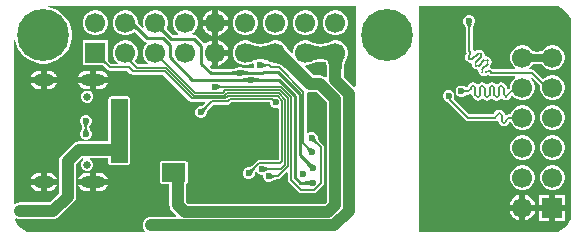
<source format=gbl>
G04*
G04 #@! TF.GenerationSoftware,Altium Limited,Altium Designer,24.10.1 (45)*
G04*
G04 Layer_Physical_Order=2*
G04 Layer_Color=16711680*
%FSLAX43Y43*%
%MOMM*%
G71*
G04*
G04 #@! TF.SameCoordinates,7C792D33-A06D-4E1C-91E5-95C090E22569*
G04*
G04*
G04 #@! TF.FilePolarity,Positive*
G04*
G01*
G75*
%ADD11C,0.500*%
%ADD40C,0.650*%
%ADD41O,2.100X1.000*%
%ADD42O,1.800X1.000*%
G04:AMPARAMS|DCode=43|XSize=1.7mm|YSize=1.7mm|CornerRadius=0.85mm|HoleSize=0mm|Usage=FLASHONLY|Rotation=90.000|XOffset=0mm|YOffset=0mm|HoleType=Round|Shape=RoundedRectangle|*
%AMROUNDEDRECTD43*
21,1,1.700,0.000,0,0,90.0*
21,1,0.000,1.700,0,0,90.0*
1,1,1.700,0.000,0.000*
1,1,1.700,0.000,0.000*
1,1,1.700,0.000,0.000*
1,1,1.700,0.000,0.000*
%
%ADD43ROUNDEDRECTD43*%
%ADD44R,1.700X1.700*%
G04:AMPARAMS|DCode=45|XSize=1.7mm|YSize=1.7mm|CornerRadius=0.85mm|HoleSize=0mm|Usage=FLASHONLY|Rotation=180.000|XOffset=0mm|YOffset=0mm|HoleType=Round|Shape=RoundedRectangle|*
%AMROUNDEDRECTD45*
21,1,1.700,0.000,0,0,180.0*
21,1,0.000,1.700,0,0,180.0*
1,1,1.700,0.000,0.000*
1,1,1.700,0.000,0.000*
1,1,1.700,0.000,0.000*
1,1,1.700,0.000,0.000*
%
%ADD45ROUNDEDRECTD45*%
%ADD46R,1.700X1.700*%
%ADD47C,0.800*%
%ADD74C,0.600*%
%ADD75C,0.144*%
%ADD76C,0.146*%
%ADD79C,0.600*%
%ADD80C,0.300*%
%ADD81C,0.295*%
%ADD84C,1.000*%
%ADD85C,4.400*%
%ADD86C,1.000*%
G36*
X10672Y18211D02*
X10671Y18176D01*
X10677Y18139D01*
X10689Y18101D01*
X10707Y18060D01*
X10732Y18017D01*
X10762Y17973D01*
X10798Y17926D01*
X10841Y17877D01*
X10889Y17827D01*
X10785Y17513D01*
X10738Y17559D01*
X10694Y17597D01*
X10654Y17626D01*
X10619Y17647D01*
X10587Y17660D01*
X10559Y17664D01*
X10536Y17661D01*
X10516Y17649D01*
X10501Y17629D01*
X10489Y17601D01*
X10678Y18243D01*
X10672Y18211D01*
D02*
G37*
G36*
X13131Y17765D02*
X13121Y17741D01*
X13117Y17713D01*
X13120Y17683D01*
X13131Y17650D01*
X13148Y17614D01*
X13172Y17576D01*
X13202Y17535D01*
X13240Y17491D01*
X13284Y17444D01*
X13076Y17236D01*
X13029Y17280D01*
X12985Y17318D01*
X12944Y17348D01*
X12906Y17372D01*
X12870Y17389D01*
X12837Y17400D01*
X12807Y17403D01*
X12779Y17399D01*
X12755Y17389D01*
X12733Y17372D01*
X13148Y17787D01*
X13131Y17765D01*
D02*
G37*
G36*
X27294Y15274D02*
X28406D01*
X28352Y15164D01*
X28303Y15049D01*
X28260Y14927D01*
X28223Y14800D01*
X28166Y14528D01*
X28146Y14383D01*
X28123Y14077D01*
X28120Y13915D01*
X27120D01*
X27117Y14077D01*
X27094Y14383D01*
X27074Y14528D01*
X27017Y14800D01*
X26980Y14927D01*
X26971Y14951D01*
X26947Y14960D01*
X26820Y14997D01*
X26548Y15054D01*
X26403Y15074D01*
X26350Y15078D01*
X26297Y15074D01*
X26152Y15054D01*
X25880Y14997D01*
X25753Y14960D01*
X25631Y14917D01*
X25516Y14868D01*
X25406Y14814D01*
Y16386D01*
X25516Y16332D01*
X25631Y16283D01*
X25753Y16240D01*
X25880Y16203D01*
X26152Y16146D01*
X26297Y16126D01*
X26350Y16122D01*
X26403Y16126D01*
X26548Y16146D01*
X26820Y16203D01*
X26947Y16240D01*
X27069Y16283D01*
X27184Y16332D01*
X27294Y16386D01*
Y15274D01*
D02*
G37*
G36*
X22214Y14814D02*
X22104Y14868D01*
X21989Y14917D01*
X21867Y14960D01*
X21740Y14997D01*
X21468Y15054D01*
X21323Y15074D01*
X21270Y15078D01*
X21217Y15074D01*
X21072Y15054D01*
X20800Y14997D01*
X20673Y14960D01*
X20551Y14917D01*
X20436Y14868D01*
X20326Y14814D01*
Y16386D01*
X20436Y16332D01*
X20551Y16283D01*
X20673Y16240D01*
X20800Y16203D01*
X21072Y16146D01*
X21217Y16126D01*
X21270Y16122D01*
X21323Y16126D01*
X21468Y16146D01*
X21740Y16203D01*
X21867Y16240D01*
X21989Y16283D01*
X22104Y16332D01*
X22214Y16386D01*
Y14814D01*
D02*
G37*
G36*
X13064Y15103D02*
X13058Y15091D01*
X13056Y15077D01*
X13057Y15063D01*
X13061Y15047D01*
X13069Y15031D01*
X13080Y15013D01*
X13094Y14994D01*
X13111Y14973D01*
X13131Y14952D01*
X13028Y14849D01*
X13007Y14869D01*
X12986Y14886D01*
X12967Y14900D01*
X12949Y14911D01*
X12933Y14919D01*
X12917Y14923D01*
X12903Y14924D01*
X12889Y14922D01*
X12877Y14916D01*
X12867Y14908D01*
X13072Y15113D01*
X13064Y15103D01*
D02*
G37*
G36*
X10388Y14959D02*
X10381Y14949D01*
X10377Y14937D01*
X10376Y14924D01*
X10380Y14910D01*
X10386Y14894D01*
X10396Y14876D01*
X10410Y14858D01*
X10427Y14837D01*
X10448Y14815D01*
X10319Y14738D01*
X10298Y14759D01*
X10277Y14776D01*
X10257Y14791D01*
X10238Y14803D01*
X10220Y14812D01*
X10203Y14818D01*
X10187Y14820D01*
X10172Y14820D01*
X10158Y14817D01*
X10145Y14811D01*
X10399Y14967D01*
X10388Y14959D01*
D02*
G37*
G36*
X8139Y14948D02*
X8135Y14934D01*
Y14919D01*
X8139Y14902D01*
X8147Y14882D01*
X8159Y14860D01*
X8176Y14837D01*
X8196Y14811D01*
X8250Y14753D01*
X8147Y14650D01*
X8117Y14679D01*
X8063Y14724D01*
X8040Y14741D01*
X8018Y14753D01*
X7998Y14761D01*
X7981Y14765D01*
X7965D01*
X7952Y14761D01*
X7941Y14753D01*
X8147Y14959D01*
X8139Y14948D01*
D02*
G37*
G36*
X21477Y14756D02*
X21519Y14729D01*
X21564Y14705D01*
X21611Y14685D01*
X21662Y14667D01*
X21715Y14653D01*
X21771Y14642D01*
X21830Y14634D01*
X21892Y14630D01*
X21956Y14628D01*
Y14482D01*
X21892Y14481D01*
X21771Y14468D01*
X21715Y14457D01*
X21662Y14443D01*
X21611Y14426D01*
X21564Y14405D01*
X21519Y14381D01*
X21477Y14355D01*
X21438Y14325D01*
Y14786D01*
X21477Y14756D01*
D02*
G37*
G36*
X23343Y15894D02*
X23378Y15845D01*
X23432Y15779D01*
X23708Y15477D01*
X24340Y14832D01*
X23624Y14134D01*
X23510Y14242D01*
X23393Y14340D01*
X23274Y14427D01*
X23153Y14506D01*
X23029Y14574D01*
X22903Y14632D01*
X22774Y14680D01*
X22643Y14718D01*
X22510Y14747D01*
X22374Y14765D01*
X23326Y15926D01*
X23343Y15894D01*
D02*
G37*
G36*
X19746Y14145D02*
X19773Y14133D01*
X19806Y14122D01*
X19845Y14113D01*
X19891Y14105D01*
X20000Y14094D01*
X20133Y14088D01*
X20210Y14088D01*
X20229Y13793D01*
X20155Y13792D01*
X19966Y13777D01*
X19914Y13769D01*
X19867Y13758D01*
X19826Y13746D01*
X19790Y13732D01*
X19760Y13715D01*
X19736Y13697D01*
X19725Y14158D01*
X19746Y14145D01*
D02*
G37*
G36*
X19350Y13690D02*
X19329Y13704D01*
X19302Y13716D01*
X19268Y13727D01*
X19229Y13737D01*
X19183Y13745D01*
X19074Y13757D01*
X18941Y13763D01*
X18865Y13763D01*
X18851Y14058D01*
X18925Y14059D01*
X19114Y14073D01*
X19166Y14081D01*
X19213Y14091D01*
X19253Y14103D01*
X19289Y14117D01*
X19318Y14133D01*
X19342Y14150D01*
X19350Y13690D01*
D02*
G37*
G36*
X26382Y14871D02*
X26513Y14853D01*
X26770Y14799D01*
X26808Y14788D01*
X26819Y14750D01*
X26873Y14493D01*
X26891Y14362D01*
X26913Y14067D01*
X26914Y14033D01*
Y13581D01*
X26787Y13522D01*
X26687Y13599D01*
X26516Y13669D01*
X26334Y13693D01*
X25770D01*
X25040Y14423D01*
X25093Y14550D01*
X25218D01*
X25485Y14622D01*
X25534Y14650D01*
X25600Y14683D01*
X25705Y14726D01*
X25816Y14766D01*
X25930Y14799D01*
X26187Y14853D01*
X26318Y14871D01*
X26350Y14874D01*
X26382Y14871D01*
D02*
G37*
G36*
X20693Y13552D02*
X20721Y13538D01*
X20755Y13526D01*
X20795Y13515D01*
X20841Y13506D01*
X20951Y13493D01*
X21014Y13489D01*
X21159Y13486D01*
X21161Y13191D01*
X21086Y13190D01*
X20896Y13177D01*
X20844Y13170D01*
X20798Y13161D01*
X20758Y13150D01*
X20723Y13137D01*
X20695Y13123D01*
X20672Y13106D01*
X20670Y13567D01*
X20693Y13552D01*
D02*
G37*
G36*
X20287Y13106D02*
X20264Y13122D01*
X20235Y13136D01*
X20201Y13148D01*
X20161Y13159D01*
X20115Y13168D01*
X20063Y13176D01*
X19942Y13185D01*
X19798Y13189D01*
Y13484D01*
X19873Y13485D01*
X20063Y13497D01*
X20115Y13505D01*
X20161Y13514D01*
X20201Y13524D01*
X20235Y13537D01*
X20264Y13551D01*
X20287Y13567D01*
Y13106D01*
D02*
G37*
G36*
X29327Y12760D02*
X29200Y12707D01*
X28326Y13581D01*
Y14033D01*
X28327Y14067D01*
X28349Y14362D01*
X28367Y14493D01*
X28421Y14750D01*
X28454Y14864D01*
X28493Y14975D01*
X28537Y15080D01*
X28570Y15146D01*
X28598Y15195D01*
X28670Y15462D01*
Y15738D01*
X28598Y16005D01*
X28460Y16245D01*
X28265Y16440D01*
X28025Y16578D01*
X27758Y16650D01*
X27482D01*
X27215Y16578D01*
X27166Y16550D01*
X27100Y16517D01*
X26995Y16474D01*
X26884Y16434D01*
X26770Y16401D01*
X26513Y16347D01*
X26382Y16329D01*
X26350Y16326D01*
X26318Y16329D01*
X26187Y16347D01*
X25930Y16401D01*
X25816Y16434D01*
X25705Y16473D01*
X25600Y16517D01*
X25534Y16550D01*
X25485Y16578D01*
X25218Y16650D01*
X24942D01*
X24675Y16578D01*
X24435Y16440D01*
X24240Y16245D01*
X24102Y16005D01*
X24030Y15738D01*
Y15621D01*
X23903Y15569D01*
X23856Y15617D01*
X23587Y15912D01*
X23540Y15969D01*
X23521Y15995D01*
X23518Y16005D01*
X23380Y16245D01*
X23185Y16440D01*
X22945Y16578D01*
X22678Y16650D01*
X22402D01*
X22135Y16578D01*
X22086Y16550D01*
X22020Y16517D01*
X21915Y16474D01*
X21804Y16434D01*
X21690Y16401D01*
X21433Y16347D01*
X21302Y16329D01*
X21270Y16326D01*
X21238Y16329D01*
X21107Y16347D01*
X20850Y16401D01*
X20736Y16434D01*
X20625Y16473D01*
X20520Y16517D01*
X20454Y16550D01*
X20405Y16578D01*
X20138Y16650D01*
X19862D01*
X19595Y16578D01*
X19355Y16440D01*
X19160Y16245D01*
X19022Y16005D01*
X18950Y15738D01*
Y15462D01*
X19022Y15195D01*
X19160Y14955D01*
X19355Y14760D01*
X19595Y14622D01*
X19862Y14550D01*
X20138D01*
X20405Y14622D01*
X20454Y14650D01*
X20520Y14683D01*
X20625Y14726D01*
X20640Y14732D01*
X20689Y14696D01*
X20745Y14634D01*
Y14456D01*
X20769Y14400D01*
X20698Y14294D01*
X20086D01*
X20015Y14297D01*
X19918Y14307D01*
X19886Y14313D01*
X19860Y14319D01*
X19846Y14324D01*
X19845Y14324D01*
X19822Y14347D01*
X19638Y14423D01*
X19439D01*
X19255Y14347D01*
X19224Y14316D01*
X19223Y14315D01*
X19210Y14306D01*
X19204Y14303D01*
X19187Y14297D01*
X19162Y14289D01*
X19128Y14282D01*
X19091Y14276D01*
X18944Y14265D01*
X17205D01*
X17030Y14441D01*
X17095Y14555D01*
X17210Y14524D01*
Y15600D01*
Y16676D01*
X17034Y16629D01*
X16782Y16483D01*
X16702Y16403D01*
X16538Y16419D01*
X16527Y16436D01*
X15930Y17032D01*
X15816Y17109D01*
X15680Y17136D01*
X15535D01*
X15501Y17263D01*
X15565Y17300D01*
X15760Y17495D01*
X15898Y17735D01*
X15970Y18002D01*
Y18278D01*
X15898Y18545D01*
X15760Y18785D01*
X15565Y18980D01*
X15325Y19118D01*
X15058Y19190D01*
X14782D01*
X14515Y19118D01*
X14275Y18980D01*
X14080Y18785D01*
X13942Y18545D01*
X13870Y18278D01*
Y18002D01*
X13942Y17735D01*
X14080Y17495D01*
X14275Y17300D01*
X14339Y17263D01*
X14305Y17136D01*
X13885D01*
X13377Y17644D01*
X13361Y17662D01*
X13340Y17691D01*
X13336Y17697D01*
X13358Y17735D01*
X13430Y18002D01*
Y18278D01*
X13358Y18545D01*
X13220Y18785D01*
X13025Y18980D01*
X12785Y19118D01*
X12518Y19190D01*
X12242D01*
X11975Y19118D01*
X11735Y18980D01*
X11540Y18785D01*
X11402Y18545D01*
X11330Y18278D01*
Y18002D01*
X11383Y17806D01*
X11269Y17740D01*
X10976Y18033D01*
X10956Y18056D01*
X10927Y18093D01*
X10905Y18125D01*
X10890Y18151D01*
Y18278D01*
X10818Y18545D01*
X10680Y18785D01*
X10485Y18980D01*
X10245Y19118D01*
X9978Y19190D01*
X9702D01*
X9435Y19118D01*
X9195Y18980D01*
X9000Y18785D01*
X8862Y18545D01*
X8790Y18278D01*
Y18002D01*
X8862Y17735D01*
X9000Y17495D01*
X9195Y17300D01*
X9435Y17162D01*
X9702Y17090D01*
X9978D01*
X10245Y17162D01*
X10485Y17300D01*
X10596Y17411D01*
X11424Y16582D01*
X11539Y16505D01*
X11607Y16492D01*
X11649Y16354D01*
X11540Y16245D01*
X11402Y16005D01*
X11330Y15738D01*
Y15462D01*
X11402Y15195D01*
X11540Y14955D01*
X11733Y14762D01*
X11732Y14733D01*
X11706Y14635D01*
X10919D01*
X10639Y14914D01*
X10680Y14955D01*
X10818Y15195D01*
X10890Y15462D01*
Y15738D01*
X10818Y16005D01*
X10680Y16245D01*
X10485Y16440D01*
X10245Y16578D01*
X9978Y16650D01*
X9702D01*
X9435Y16578D01*
X9195Y16440D01*
X9000Y16245D01*
X8862Y16005D01*
X8790Y15738D01*
Y15462D01*
X8862Y15195D01*
X9000Y14955D01*
X9178Y14777D01*
X9154Y14650D01*
X8644D01*
X8371Y14923D01*
X8351Y14944D01*
X8350Y14945D01*
Y14955D01*
X8351Y14959D01*
X8350Y14964D01*
Y16650D01*
X6250D01*
Y14550D01*
X7936D01*
X7941Y14549D01*
X7945Y14550D01*
X7954D01*
X7972Y14534D01*
X8332Y14175D01*
X8422Y14115D01*
X8528Y14093D01*
X10005D01*
X10259Y13840D01*
X10349Y13780D01*
X10455Y13758D01*
X13051D01*
X15267Y11543D01*
X15357Y11483D01*
X15464Y11461D01*
X16564D01*
X16612Y11344D01*
X16501Y11233D01*
X16463Y11200D01*
X16425Y11171D01*
X16388Y11146D01*
X16353Y11126D01*
X16318Y11109D01*
X16285Y11096D01*
X16252Y11085D01*
X16220Y11078D01*
X16180Y11073D01*
X16177Y11072D01*
X16134D01*
X15950Y10996D01*
X15810Y10855D01*
X15734Y10671D01*
Y10473D01*
X15810Y10289D01*
X15950Y10148D01*
X16134Y10072D01*
X16333D01*
X16517Y10148D01*
X16658Y10289D01*
X16734Y10473D01*
Y10515D01*
X16735Y10518D01*
X16740Y10558D01*
X16747Y10590D01*
X16757Y10623D01*
X16771Y10656D01*
X16788Y10691D01*
X16808Y10727D01*
X16831Y10761D01*
X16896Y10841D01*
X17267Y11212D01*
X18495D01*
X18602Y11233D01*
X18692Y11294D01*
X18820Y11422D01*
X22060D01*
Y11302D01*
X22136Y11118D01*
X22277Y10977D01*
X22460Y10901D01*
X22659D01*
X22718Y10926D01*
X22845Y10841D01*
Y6588D01*
X22818Y6561D01*
X21633D01*
X21627Y6562D01*
X21176D01*
X21070Y6541D01*
X20980Y6481D01*
X20562Y6063D01*
X20524Y6030D01*
X20486Y6002D01*
X20449Y5977D01*
X20414Y5956D01*
X20379Y5939D01*
X20345Y5926D01*
X20313Y5916D01*
X20281Y5909D01*
X20240Y5903D01*
X20238Y5902D01*
X20195D01*
X20011Y5826D01*
X19871Y5686D01*
X19795Y5502D01*
Y5303D01*
X19871Y5119D01*
X20011Y4979D01*
X20195Y4902D01*
X20394D01*
X20578Y4979D01*
X20719Y5119D01*
X20795Y5303D01*
Y5346D01*
X20796Y5348D01*
X20801Y5389D01*
X20808Y5421D01*
X20818Y5453D01*
X20832Y5487D01*
X20848Y5521D01*
X20850Y5523D01*
X20946Y5529D01*
X20992Y5512D01*
X20996Y5501D01*
X21137Y5360D01*
X21321Y5284D01*
X21462D01*
X21475Y5265D01*
Y5066D01*
X21551Y4882D01*
X21691Y4742D01*
X21875Y4666D01*
X22074D01*
X22258Y4742D01*
X22288Y4772D01*
X22290Y4773D01*
X22323Y4798D01*
X22350Y4815D01*
X22381Y4831D01*
X22414Y4846D01*
X22450Y4858D01*
X22490Y4869D01*
X22531Y4877D01*
X22633Y4887D01*
X22742D01*
X22849Y4909D01*
X22939Y4969D01*
X23286Y5316D01*
X23287Y5317D01*
X23471Y5501D01*
X23589Y5452D01*
Y4854D01*
X23610Y4748D01*
X23670Y4658D01*
X24526Y3802D01*
X24616Y3742D01*
X24722Y3721D01*
X25820D01*
X25926Y3742D01*
X26016Y3802D01*
X26613Y4399D01*
X26673Y4489D01*
X26694Y4596D01*
Y7602D01*
X26673Y7708D01*
X26613Y7799D01*
X26274Y8138D01*
X26241Y8176D01*
X26212Y8214D01*
X26188Y8250D01*
X26167Y8286D01*
X26150Y8321D01*
X26137Y8354D01*
X26126Y8387D01*
X26119Y8419D01*
X26114Y8459D01*
X26113Y8462D01*
Y8504D01*
X26037Y8688D01*
X25896Y8829D01*
X25713Y8905D01*
X25514D01*
X25330Y8829D01*
X25314Y8813D01*
X25187Y8865D01*
Y12212D01*
X25279Y12292D01*
X25305Y12303D01*
X25310Y12303D01*
X25477Y12281D01*
X26041D01*
X26888Y11434D01*
Y2994D01*
X26710Y2816D01*
X15146D01*
X14971Y2991D01*
Y4502D01*
X14994Y4506D01*
X15061Y4551D01*
X15105Y4617D01*
X15120Y4695D01*
Y6243D01*
X15105Y6321D01*
X15061Y6387D01*
X14994Y6431D01*
X14916Y6447D01*
X12975D01*
X12897Y6431D01*
X12831Y6387D01*
X12787Y6321D01*
X12772Y6243D01*
Y4695D01*
X12787Y4617D01*
X12831Y4551D01*
X12897Y4506D01*
X12975Y4491D01*
X13559D01*
Y2699D01*
X13583Y2516D01*
X13653Y2346D01*
X13765Y2199D01*
X14133Y1831D01*
X14085Y1714D01*
X12012D01*
X11966Y1708D01*
X11919D01*
X11875Y1696D01*
X11829Y1690D01*
X11786Y1672D01*
X11741Y1660D01*
X11701Y1637D01*
X11658Y1620D01*
X11622Y1591D01*
X11582Y1568D01*
X11549Y1536D01*
X11512Y1507D01*
X11484Y1471D01*
X11451Y1438D01*
X11428Y1398D01*
X11400Y1361D01*
X11382Y1318D01*
X11359Y1278D01*
X11347Y1234D01*
X11330Y1191D01*
X11323Y1145D01*
X11312Y1100D01*
Y1054D01*
X11305Y1008D01*
X11312Y962D01*
Y916D01*
X11323Y871D01*
X11330Y825D01*
X11347Y783D01*
X11359Y738D01*
X11382Y698D01*
X11400Y655D01*
X11428Y618D01*
X11451Y578D01*
X11484Y546D01*
X11493Y535D01*
X11465Y447D01*
X11436Y408D01*
X1842D01*
X1535Y469D01*
X1245Y589D01*
X984Y763D01*
X762Y985D01*
X588Y1246D01*
X468Y1535D01*
X509Y1574D01*
X582Y1613D01*
X602Y1604D01*
X642Y1581D01*
X687Y1569D01*
X730Y1552D01*
X776Y1546D01*
X820Y1534D01*
X867D01*
X913Y1527D01*
X3742D01*
X3925Y1552D01*
X4095Y1622D01*
X4242Y1734D01*
X5443Y2936D01*
X5555Y3082D01*
X5626Y3252D01*
X5650Y3435D01*
Y6134D01*
X6200Y6685D01*
X6266Y6676D01*
X6290Y6600D01*
X6294Y6544D01*
X6157Y6407D01*
X6077Y6214D01*
Y6006D01*
X6157Y5813D01*
X6305Y5665D01*
X6498Y5585D01*
X6707D01*
X6900Y5665D01*
X7048Y5813D01*
X7128Y6006D01*
Y6214D01*
X7048Y6407D01*
X6900Y6555D01*
X6857Y6573D01*
X6882Y6700D01*
X8407D01*
Y6302D01*
X8422Y6224D01*
X8466Y6158D01*
X8533Y6114D01*
X8611Y6098D01*
X10033D01*
X10111Y6114D01*
X10177Y6158D01*
X10221Y6224D01*
X10237Y6302D01*
Y11712D01*
X10221Y11790D01*
X10177Y11856D01*
X10111Y11901D01*
X10033Y11916D01*
X8611D01*
X8533Y11901D01*
X8466Y11856D01*
X8422Y11790D01*
X8407Y11712D01*
Y10327D01*
Y8112D01*
X5923D01*
X5740Y8088D01*
X5570Y8017D01*
X5424Y7905D01*
X4444Y6926D01*
X4332Y6780D01*
X4262Y6609D01*
X4238Y6427D01*
Y3727D01*
X3450Y2940D01*
X913D01*
X867Y2934D01*
X820D01*
X776Y2922D01*
X730Y2915D01*
X687Y2898D01*
X642Y2886D01*
X602Y2863D01*
X560Y2845D01*
X534Y2825D01*
X497Y2833D01*
X410Y2886D01*
X407Y2889D01*
Y16681D01*
X534Y16694D01*
X592Y16400D01*
X773Y15963D01*
X1036Y15570D01*
X1370Y15236D01*
X1763Y14973D01*
X2200Y14792D01*
X2664Y14700D01*
X3136D01*
X3600Y14792D01*
X4037Y14973D01*
X4430Y15236D01*
X4764Y15570D01*
X5027Y15963D01*
X5208Y16400D01*
X5300Y16864D01*
Y17336D01*
X5208Y17800D01*
X5027Y18237D01*
X4764Y18630D01*
X4430Y18964D01*
X4037Y19227D01*
X3600Y19408D01*
X3313Y19465D01*
X3325Y19592D01*
X29327D01*
Y12760D01*
D02*
G37*
G36*
X17646Y12945D02*
X17688Y12918D01*
X17733Y12895D01*
X17781Y12874D01*
X17831Y12857D01*
X17884Y12843D01*
X17940Y12832D01*
X17999Y12824D01*
X18061Y12819D01*
X18126Y12818D01*
Y12672D01*
X18061Y12670D01*
X17940Y12658D01*
X17884Y12647D01*
X17831Y12632D01*
X17781Y12615D01*
X17733Y12595D01*
X17688Y12571D01*
X17646Y12544D01*
X17607Y12514D01*
Y12975D01*
X17646Y12945D01*
D02*
G37*
G36*
X16788Y11023D02*
X16743Y10976D01*
X16667Y10882D01*
X16635Y10835D01*
X16607Y10787D01*
X16584Y10739D01*
X16565Y10691D01*
X16550Y10642D01*
X16539Y10594D01*
X16532Y10545D01*
X16207Y10871D01*
X16256Y10877D01*
X16304Y10888D01*
X16353Y10903D01*
X16401Y10922D01*
X16449Y10946D01*
X16496Y10973D01*
X16544Y11005D01*
X16591Y11041D01*
X16638Y11082D01*
X16685Y11126D01*
X16788Y11023D01*
D02*
G37*
G36*
X25918Y8383D02*
X25929Y8335D01*
X25944Y8286D01*
X25963Y8238D01*
X25987Y8190D01*
X26015Y8142D01*
X26046Y8095D01*
X26083Y8048D01*
X26123Y8001D01*
X26167Y7954D01*
X26064Y7851D01*
X26018Y7895D01*
X25923Y7972D01*
X25876Y8004D01*
X25828Y8031D01*
X25780Y8055D01*
X25732Y8074D01*
X25684Y8089D01*
X25635Y8100D01*
X25586Y8106D01*
X25912Y8432D01*
X25918Y8383D01*
D02*
G37*
G36*
X25253Y7715D02*
X25347Y7638D01*
X25395Y7606D01*
X25442Y7579D01*
X25490Y7555D01*
X25539Y7536D01*
X25587Y7521D01*
X25636Y7510D01*
X25685Y7504D01*
X25359Y7178D01*
X25352Y7227D01*
X25341Y7275D01*
X25326Y7324D01*
X25307Y7372D01*
X25284Y7420D01*
X25256Y7468D01*
X25224Y7515D01*
X25188Y7562D01*
X25148Y7609D01*
X25103Y7656D01*
X25206Y7759D01*
X25253Y7715D01*
D02*
G37*
G36*
X10033Y6302D02*
X8611D01*
Y10327D01*
Y11712D01*
X10033D01*
Y6302D01*
D02*
G37*
G36*
X25387Y6395D02*
X25531Y6269D01*
X25573Y6238D01*
X25612Y6212D01*
X25648Y6191D01*
X25681Y6176D01*
X25711Y6165D01*
X25738Y6160D01*
X25412Y5835D01*
X25407Y5862D01*
X25397Y5892D01*
X25382Y5925D01*
X25361Y5961D01*
X25335Y6000D01*
X25303Y6042D01*
X25225Y6135D01*
X25125Y6239D01*
X25334Y6448D01*
X25387Y6395D01*
D02*
G37*
G36*
X21660Y5975D02*
X21703Y5946D01*
X21748Y5919D01*
X21796Y5897D01*
X21847Y5878D01*
X21900Y5862D01*
X21955Y5850D01*
X22013Y5841D01*
X22073Y5836D01*
X22136Y5834D01*
X22124Y5688D01*
X22058Y5687D01*
X21935Y5676D01*
X21878Y5666D01*
X21825Y5653D01*
X21774Y5638D01*
X21727Y5619D01*
X21683Y5598D01*
X21642Y5574D01*
X21605Y5548D01*
X21619Y6008D01*
X21660Y5975D01*
D02*
G37*
G36*
X20849Y5854D02*
X20804Y5807D01*
X20728Y5713D01*
X20696Y5665D01*
X20668Y5617D01*
X20645Y5569D01*
X20626Y5521D01*
X20611Y5473D01*
X20600Y5424D01*
X20593Y5375D01*
X20268Y5701D01*
X20316Y5708D01*
X20365Y5719D01*
X20413Y5734D01*
X20462Y5753D01*
X20510Y5776D01*
X20557Y5804D01*
X20605Y5836D01*
X20652Y5872D01*
X20699Y5912D01*
X20746Y5957D01*
X20849Y5854D01*
D02*
G37*
G36*
X22206Y5366D02*
X22248Y5339D01*
X22293Y5316D01*
X22340Y5295D01*
X22391Y5278D01*
X22444Y5264D01*
X22500Y5253D01*
X22559Y5245D01*
X22621Y5240D01*
X22686Y5238D01*
Y5093D01*
X22621Y5091D01*
X22500Y5078D01*
X22444Y5067D01*
X22391Y5053D01*
X22340Y5036D01*
X22293Y5015D01*
X22248Y4992D01*
X22206Y4965D01*
X22167Y4935D01*
Y5396D01*
X22206Y5366D01*
D02*
G37*
G36*
X14916Y4695D02*
X12975D01*
Y6243D01*
X14916D01*
Y4695D01*
D02*
G37*
G36*
X25516Y4365D02*
X25494Y4380D01*
X25465Y4394D01*
X25431Y4407D01*
X25390Y4418D01*
X25344Y4427D01*
X25293Y4434D01*
X25172Y4444D01*
X25027Y4448D01*
Y4742D01*
X25102Y4743D01*
X25293Y4756D01*
X25344Y4763D01*
X25390Y4772D01*
X25431Y4783D01*
X25465Y4796D01*
X25494Y4810D01*
X25516Y4825D01*
Y4365D01*
D02*
G37*
G36*
X46463Y19531D02*
X46753Y19411D01*
X47014Y19236D01*
X47236Y19015D01*
X47410Y18754D01*
X47530Y18464D01*
X47591Y18157D01*
Y18000D01*
Y2000D01*
Y1843D01*
X47530Y1535D01*
X47410Y1246D01*
X47236Y985D01*
X47014Y763D01*
X46753Y589D01*
X46463Y469D01*
X46156Y408D01*
X34682D01*
X34682Y11098D01*
Y19592D01*
X46156D01*
X46463Y19531D01*
D02*
G37*
%LPC*%
G36*
X17710Y19216D02*
Y18390D01*
X18536D01*
X18489Y18566D01*
X18343Y18818D01*
X18138Y19023D01*
X17886Y19169D01*
X17710Y19216D01*
D02*
G37*
G36*
X17210D02*
X17034Y19169D01*
X16782Y19023D01*
X16577Y18818D01*
X16431Y18566D01*
X16384Y18390D01*
X17210D01*
Y19216D01*
D02*
G37*
G36*
X27758Y19190D02*
X27482D01*
X27215Y19118D01*
X26975Y18980D01*
X26780Y18785D01*
X26642Y18545D01*
X26570Y18278D01*
Y18002D01*
X26642Y17735D01*
X26780Y17495D01*
X26975Y17300D01*
X27215Y17162D01*
X27482Y17090D01*
X27758D01*
X28025Y17162D01*
X28265Y17300D01*
X28460Y17495D01*
X28598Y17735D01*
X28670Y18002D01*
Y18278D01*
X28598Y18545D01*
X28460Y18785D01*
X28265Y18980D01*
X28025Y19118D01*
X27758Y19190D01*
D02*
G37*
G36*
X25218D02*
X24942D01*
X24675Y19118D01*
X24435Y18980D01*
X24240Y18785D01*
X24102Y18545D01*
X24030Y18278D01*
Y18002D01*
X24102Y17735D01*
X24240Y17495D01*
X24435Y17300D01*
X24675Y17162D01*
X24942Y17090D01*
X25218D01*
X25485Y17162D01*
X25725Y17300D01*
X25920Y17495D01*
X26058Y17735D01*
X26130Y18002D01*
Y18278D01*
X26058Y18545D01*
X25920Y18785D01*
X25725Y18980D01*
X25485Y19118D01*
X25218Y19190D01*
D02*
G37*
G36*
X22678D02*
X22402D01*
X22135Y19118D01*
X21895Y18980D01*
X21700Y18785D01*
X21562Y18545D01*
X21490Y18278D01*
Y18002D01*
X21562Y17735D01*
X21700Y17495D01*
X21895Y17300D01*
X22135Y17162D01*
X22402Y17090D01*
X22678D01*
X22945Y17162D01*
X23185Y17300D01*
X23380Y17495D01*
X23518Y17735D01*
X23590Y18002D01*
Y18278D01*
X23518Y18545D01*
X23380Y18785D01*
X23185Y18980D01*
X22945Y19118D01*
X22678Y19190D01*
D02*
G37*
G36*
X20138D02*
X19862D01*
X19595Y19118D01*
X19355Y18980D01*
X19160Y18785D01*
X19022Y18545D01*
X18950Y18278D01*
Y18002D01*
X19022Y17735D01*
X19160Y17495D01*
X19355Y17300D01*
X19595Y17162D01*
X19862Y17090D01*
X20138D01*
X20405Y17162D01*
X20645Y17300D01*
X20840Y17495D01*
X20978Y17735D01*
X21050Y18002D01*
Y18278D01*
X20978Y18545D01*
X20840Y18785D01*
X20645Y18980D01*
X20405Y19118D01*
X20138Y19190D01*
D02*
G37*
G36*
X7438D02*
X7162D01*
X6895Y19118D01*
X6655Y18980D01*
X6460Y18785D01*
X6322Y18545D01*
X6250Y18278D01*
Y18002D01*
X6322Y17735D01*
X6460Y17495D01*
X6655Y17300D01*
X6895Y17162D01*
X7162Y17090D01*
X7438D01*
X7705Y17162D01*
X7945Y17300D01*
X8140Y17495D01*
X8278Y17735D01*
X8350Y18002D01*
Y18278D01*
X8278Y18545D01*
X8140Y18785D01*
X7945Y18980D01*
X7705Y19118D01*
X7438Y19190D01*
D02*
G37*
G36*
X18536Y17890D02*
X17710D01*
Y17064D01*
X17886Y17111D01*
X18138Y17257D01*
X18343Y17462D01*
X18489Y17714D01*
X18536Y17890D01*
D02*
G37*
G36*
X17210D02*
X16384D01*
X16431Y17714D01*
X16577Y17462D01*
X16782Y17257D01*
X17034Y17111D01*
X17210Y17064D01*
Y17890D01*
D02*
G37*
G36*
X17710Y16676D02*
Y15850D01*
X18536D01*
X18489Y16026D01*
X18343Y16278D01*
X18138Y16483D01*
X17886Y16629D01*
X17710Y16676D01*
D02*
G37*
G36*
X18536Y15350D02*
X17710D01*
Y14524D01*
X17886Y14571D01*
X18138Y14717D01*
X18343Y14922D01*
X18489Y15174D01*
X18536Y15350D01*
D02*
G37*
G36*
X7653Y14080D02*
X7352D01*
Y13570D01*
X8365D01*
X8311Y13700D01*
X8190Y13858D01*
X8033Y13979D01*
X7849Y14055D01*
X7653Y14080D01*
D02*
G37*
G36*
X3322D02*
X3172D01*
Y13570D01*
X4035D01*
X3981Y13700D01*
X3860Y13858D01*
X3703Y13979D01*
X3519Y14055D01*
X3322Y14080D01*
D02*
G37*
G36*
X2672D02*
X2523D01*
X2326Y14055D01*
X2142Y13979D01*
X1985Y13858D01*
X1864Y13700D01*
X1810Y13570D01*
X2672D01*
Y14080D01*
D02*
G37*
G36*
X6852D02*
X6552D01*
X6356Y14055D01*
X6172Y13979D01*
X6015Y13858D01*
X5894Y13700D01*
X5840Y13570D01*
X6852D01*
Y14080D01*
D02*
G37*
G36*
X8365Y13070D02*
X7352D01*
Y12559D01*
X7653D01*
X7849Y12585D01*
X8033Y12661D01*
X8190Y12782D01*
X8311Y12940D01*
X8365Y13070D01*
D02*
G37*
G36*
X6852D02*
X5840D01*
X5894Y12940D01*
X6015Y12782D01*
X6172Y12661D01*
X6356Y12585D01*
X6552Y12559D01*
X6852D01*
Y13070D01*
D02*
G37*
G36*
X4035D02*
X3172D01*
Y12559D01*
X3322D01*
X3519Y12585D01*
X3703Y12661D01*
X3860Y12782D01*
X3981Y12940D01*
X4035Y13070D01*
D02*
G37*
G36*
X2672D02*
X1810D01*
X1864Y12940D01*
X1985Y12782D01*
X2142Y12661D01*
X2326Y12585D01*
X2523Y12559D01*
X2672D01*
Y13070D01*
D02*
G37*
G36*
X6707Y12415D02*
X6498D01*
X6305Y12335D01*
X6157Y12187D01*
X6077Y11994D01*
Y11786D01*
X6157Y11593D01*
X6305Y11445D01*
X6498Y11365D01*
X6707D01*
X6900Y11445D01*
X7048Y11593D01*
X7128Y11786D01*
Y11994D01*
X7048Y12187D01*
X6900Y12335D01*
X6707Y12415D01*
D02*
G37*
G36*
X6582Y10330D02*
X6383D01*
X6200Y10254D01*
X6059Y10113D01*
X5983Y9929D01*
Y9730D01*
X6059Y9547D01*
X6089Y9516D01*
X6090Y9514D01*
X6115Y9481D01*
X6133Y9454D01*
X6149Y9423D01*
X6163Y9390D01*
X6176Y9354D01*
X6187Y9314D01*
X6193Y9280D01*
X6188Y9250D01*
X6178Y9209D01*
X6166Y9173D01*
X6153Y9139D01*
X6138Y9110D01*
X6122Y9083D01*
X6102Y9055D01*
X6076Y9029D01*
X6000Y8846D01*
Y8647D01*
X6076Y8463D01*
X6217Y8322D01*
X6401Y8246D01*
X6600D01*
X6783Y8322D01*
X6924Y8463D01*
X7000Y8647D01*
Y8846D01*
X6924Y9029D01*
X6888Y9066D01*
X6885Y9072D01*
X6858Y9106D01*
X6838Y9135D01*
X6820Y9166D01*
X6805Y9199D01*
X6791Y9235D01*
X6780Y9274D01*
X6775Y9296D01*
X6779Y9314D01*
X6790Y9354D01*
X6802Y9390D01*
X6817Y9423D01*
X6833Y9454D01*
X6850Y9481D01*
X6875Y9514D01*
X6876Y9516D01*
X6907Y9547D01*
X6983Y9730D01*
Y9929D01*
X6907Y10113D01*
X6766Y10254D01*
X6582Y10330D01*
D02*
G37*
G36*
X7653Y5440D02*
X7352D01*
Y4930D01*
X8365D01*
X8311Y5060D01*
X8190Y5218D01*
X8033Y5339D01*
X7849Y5415D01*
X7653Y5440D01*
D02*
G37*
G36*
X3322D02*
X3172D01*
Y4930D01*
X4035D01*
X3981Y5060D01*
X3860Y5218D01*
X3703Y5339D01*
X3519Y5415D01*
X3322Y5440D01*
D02*
G37*
G36*
X2672D02*
X2523D01*
X2326Y5415D01*
X2142Y5339D01*
X1985Y5218D01*
X1864Y5060D01*
X1810Y4930D01*
X2672D01*
Y5440D01*
D02*
G37*
G36*
X6852D02*
X6552D01*
X6356Y5415D01*
X6172Y5339D01*
X6015Y5218D01*
X5894Y5060D01*
X5840Y4930D01*
X6852D01*
Y5440D01*
D02*
G37*
G36*
X8365Y4430D02*
X7352D01*
Y3919D01*
X7653D01*
X7849Y3945D01*
X8033Y4021D01*
X8190Y4142D01*
X8311Y4300D01*
X8365Y4430D01*
D02*
G37*
G36*
X6852D02*
X5840D01*
X5894Y4300D01*
X6015Y4142D01*
X6172Y4021D01*
X6356Y3945D01*
X6552Y3919D01*
X6852D01*
Y4430D01*
D02*
G37*
G36*
X4035D02*
X3172D01*
Y3919D01*
X3322D01*
X3519Y3945D01*
X3703Y4021D01*
X3860Y4142D01*
X3981Y4300D01*
X4035Y4430D01*
D02*
G37*
G36*
X2672D02*
X1810D01*
X1864Y4300D01*
X1985Y4142D01*
X2142Y4021D01*
X2326Y3945D01*
X2523Y3919D01*
X2672D01*
Y4430D01*
D02*
G37*
%LPD*%
G36*
X6683Y9598D02*
X6656Y9556D01*
X6633Y9511D01*
X6612Y9464D01*
X6595Y9413D01*
X6580Y9360D01*
X6569Y9304D01*
X6568Y9295D01*
X6570Y9279D01*
X6582Y9224D01*
X6598Y9171D01*
X6617Y9120D01*
X6639Y9072D01*
X6664Y9027D01*
X6693Y8984D01*
X6726Y8944D01*
X6265Y8933D01*
X6293Y8971D01*
X6318Y9012D01*
X6339Y9056D01*
X6358Y9104D01*
X6374Y9154D01*
X6387Y9208D01*
X6397Y9264D01*
X6399Y9278D01*
X6396Y9304D01*
X6385Y9360D01*
X6371Y9413D01*
X6354Y9464D01*
X6333Y9511D01*
X6309Y9556D01*
X6282Y9598D01*
X6252Y9638D01*
X6713D01*
X6683Y9598D01*
D02*
G37*
%LPC*%
G36*
X39054Y18774D02*
X38855D01*
X38672Y18698D01*
X38531Y18557D01*
X38455Y18374D01*
Y18175D01*
X38531Y17991D01*
X38561Y17961D01*
X38562Y17958D01*
X38587Y17926D01*
X38605Y17898D01*
X38621Y17868D01*
X38635Y17835D01*
X38647Y17798D01*
X38658Y17759D01*
X38666Y17718D01*
X38677Y17616D01*
Y16482D01*
Y15797D01*
X38698Y15690D01*
X38699Y15688D01*
X38739Y15577D01*
X38634Y15421D01*
X38597Y15237D01*
X38634Y15052D01*
X38739Y14896D01*
X38739Y14896D01*
X38895Y14791D01*
X39051Y14760D01*
X39116Y14708D01*
X39168Y14643D01*
X39200Y14487D01*
X39304Y14330D01*
X39304Y14330D01*
X39460Y14226D01*
X39616Y14195D01*
X39728Y14106D01*
X39765Y13921D01*
X39869Y13765D01*
X39869Y13765D01*
X39869Y13765D01*
X40026Y13660D01*
X40210Y13624D01*
X40395Y13660D01*
X40551Y13765D01*
X40656Y13711D01*
X40720Y13668D01*
X40827Y13647D01*
X42815D01*
X42849Y13520D01*
X42815Y13500D01*
X42620Y13305D01*
X42482Y13065D01*
X42410Y12798D01*
Y12602D01*
X42291Y12579D01*
X42266Y12562D01*
X42255Y12568D01*
X42158Y12641D01*
X42121Y12826D01*
X42017Y12982D01*
X41860Y13087D01*
X41676Y13124D01*
X41676D01*
X41676D01*
Y13124D01*
X41492Y13087D01*
X41359Y12998D01*
X41276Y12989D01*
X41193Y12998D01*
X41061Y13087D01*
X40876Y13124D01*
X40876D01*
X40876D01*
Y13124D01*
X40692Y13087D01*
X40560Y12998D01*
X40477Y12989D01*
X40394Y12998D01*
X40261Y13087D01*
X40077Y13124D01*
X40077D01*
X40077D01*
Y13124D01*
X39892Y13087D01*
X39760Y12998D01*
X39677Y12989D01*
X39594Y12998D01*
X39462Y13087D01*
X39277Y13124D01*
X39277D01*
X39277D01*
Y13124D01*
X39093Y13087D01*
X38936Y12982D01*
X38832Y12826D01*
X38808Y12704D01*
X38671Y12662D01*
X38576Y12757D01*
X38392Y12833D01*
X38193D01*
X38010Y12757D01*
X37869Y12617D01*
X37793Y12433D01*
Y12234D01*
X37869Y12050D01*
X38010Y11909D01*
X38193Y11833D01*
X38392D01*
X38576Y11909D01*
X38717Y12050D01*
X38717Y12052D01*
X38750Y12055D01*
X38877Y12051D01*
Y12051D01*
X39062Y12088D01*
X39087Y12105D01*
X39098Y12098D01*
X39195Y12025D01*
X39232Y11841D01*
X39336Y11684D01*
X39493Y11580D01*
X39677Y11543D01*
X39677D01*
X39677D01*
Y11543D01*
X39861Y11580D01*
X39994Y11668D01*
X40077Y11678D01*
X40160Y11668D01*
X40292Y11580D01*
X40477Y11543D01*
X40477D01*
X40477D01*
Y11543D01*
X40661Y11580D01*
X40793Y11668D01*
X40876Y11678D01*
X40959Y11668D01*
X41092Y11580D01*
X41276Y11543D01*
X41276D01*
X41276D01*
Y11543D01*
X41461Y11580D01*
X41617Y11684D01*
X41627Y11700D01*
X41789Y11714D01*
X41891Y11646D01*
X42076Y11609D01*
X42076D01*
X42076D01*
Y11609D01*
X42260Y11646D01*
X42417Y11750D01*
X42521Y11906D01*
X42527Y11934D01*
X42664Y11972D01*
X42815Y11820D01*
X43055Y11682D01*
X43322Y11610D01*
X43598D01*
X43865Y11682D01*
X44105Y11820D01*
X44300Y12015D01*
X44438Y12255D01*
X44510Y12522D01*
Y12798D01*
X44438Y13065D01*
X44300Y13305D01*
X44162Y13443D01*
X44200Y13584D01*
X44221Y13590D01*
X44963Y12848D01*
X44950Y12798D01*
Y12522D01*
X45022Y12255D01*
X45160Y12015D01*
X45355Y11820D01*
X45595Y11682D01*
X45862Y11610D01*
X46138D01*
X46405Y11682D01*
X46645Y11820D01*
X46840Y12015D01*
X46978Y12255D01*
X47050Y12522D01*
Y12798D01*
X46978Y13065D01*
X46840Y13305D01*
X46645Y13500D01*
X46405Y13638D01*
X46138Y13710D01*
X45862D01*
X45595Y13638D01*
X45355Y13500D01*
X45226Y13371D01*
X44476Y14122D01*
X44386Y14182D01*
X44279Y14203D01*
X44088D01*
X44054Y14330D01*
X44105Y14360D01*
X44198Y14453D01*
X44205Y14458D01*
X44210Y14465D01*
X44300Y14555D01*
X44349Y14640D01*
X44397Y14654D01*
X44479Y14671D01*
X44682Y14690D01*
X44794D01*
X44872Y14685D01*
X44978Y14672D01*
X45063Y14654D01*
X45111Y14640D01*
X45160Y14555D01*
X45250Y14465D01*
X45255Y14458D01*
X45262Y14453D01*
X45355Y14360D01*
X45595Y14222D01*
X45862Y14150D01*
X46138D01*
X46405Y14222D01*
X46645Y14360D01*
X46840Y14555D01*
X46978Y14795D01*
X47050Y15062D01*
Y15338D01*
X46978Y15605D01*
X46840Y15845D01*
X46645Y16040D01*
X46405Y16178D01*
X46138Y16250D01*
X45862D01*
X45595Y16178D01*
X45355Y16040D01*
X45262Y15947D01*
X45255Y15942D01*
X45250Y15935D01*
X45160Y15845D01*
X45111Y15760D01*
X45063Y15746D01*
X44981Y15729D01*
X44778Y15710D01*
X44666D01*
X44588Y15715D01*
X44482Y15728D01*
X44397Y15746D01*
X44349Y15760D01*
X44300Y15845D01*
X44210Y15935D01*
X44205Y15942D01*
X44198Y15947D01*
X44105Y16040D01*
X43865Y16178D01*
X43598Y16250D01*
X43322D01*
X43055Y16178D01*
X42815Y16040D01*
X42620Y15845D01*
X42482Y15605D01*
X42410Y15338D01*
Y15062D01*
X42482Y14795D01*
X42620Y14555D01*
X42815Y14360D01*
X42866Y14330D01*
X42832Y14203D01*
X41022D01*
X40910Y14240D01*
X40910Y14240D01*
X40754Y14345D01*
X40724Y14351D01*
X40721Y14363D01*
X40704Y14483D01*
X40809Y14640D01*
X40845Y14824D01*
X40809Y15009D01*
X40704Y15165D01*
X40704Y15165D01*
X40605Y15232D01*
X40601Y15234D01*
X40548Y15270D01*
X40363Y15306D01*
X40280Y15390D01*
X40243Y15574D01*
X40139Y15730D01*
X40139Y15730D01*
X40139Y15730D01*
D01*
X39982Y15835D01*
X39798Y15872D01*
X39613Y15835D01*
X39457Y15730D01*
X39335Y15748D01*
X39325Y15751D01*
X39319Y15780D01*
X39233Y15908D01*
Y16482D01*
Y17618D01*
X39237Y17668D01*
X39243Y17715D01*
X39252Y17759D01*
X39262Y17798D01*
X39275Y17835D01*
X39289Y17868D01*
X39305Y17898D01*
X39323Y17926D01*
X39347Y17958D01*
X39349Y17961D01*
X39379Y17991D01*
X39455Y18175D01*
Y18374D01*
X39379Y18557D01*
X39238Y18698D01*
X39054Y18774D01*
D02*
G37*
G36*
X46138Y11170D02*
X45862D01*
X45595Y11098D01*
X45355Y10960D01*
X45160Y10765D01*
X45022Y10525D01*
X44950Y10258D01*
Y9982D01*
X45022Y9715D01*
X45160Y9475D01*
X45355Y9280D01*
X45595Y9142D01*
X45862Y9070D01*
X46138D01*
X46405Y9142D01*
X46645Y9280D01*
X46840Y9475D01*
X46978Y9715D01*
X47050Y9982D01*
Y10258D01*
X46978Y10525D01*
X46840Y10765D01*
X46645Y10960D01*
X46405Y11098D01*
X46138Y11170D01*
D02*
G37*
G36*
X37302Y12455D02*
X37103D01*
X36919Y12379D01*
X36779Y12239D01*
X36702Y12055D01*
Y11856D01*
X36779Y11672D01*
X36919Y11532D01*
X37103Y11455D01*
X37132D01*
X37135Y11451D01*
X38663Y9923D01*
X38753Y9863D01*
X38860Y9842D01*
X41099D01*
Y9838D01*
X41283Y9875D01*
X41303Y9887D01*
X41305Y9887D01*
X41424Y9816D01*
X41453Y9671D01*
X41558Y9515D01*
X41714Y9410D01*
X41898Y9373D01*
X41898D01*
X41898D01*
Y9373D01*
X42083Y9410D01*
X42239Y9515D01*
X42344Y9671D01*
X42351Y9710D01*
X42480Y9715D01*
X42482Y9714D01*
X42620Y9475D01*
X42815Y9280D01*
X43055Y9142D01*
X43322Y9070D01*
X43598D01*
X43865Y9142D01*
X44105Y9280D01*
X44300Y9475D01*
X44438Y9715D01*
X44510Y9982D01*
Y10258D01*
X44438Y10525D01*
X44300Y10765D01*
X44105Y10960D01*
X43865Y11098D01*
X43598Y11170D01*
X43322D01*
X43055Y11098D01*
X42815Y10960D01*
X42620Y10765D01*
X42482Y10525D01*
X42448Y10398D01*
X42298D01*
Y10402D01*
X42114Y10365D01*
X42103Y10358D01*
X41961Y10416D01*
X41944Y10504D01*
X41840Y10661D01*
X41683Y10765D01*
X41499Y10802D01*
X41499D01*
X41499D01*
Y10802D01*
X41314Y10765D01*
X41158Y10661D01*
X41053Y10504D01*
X41032Y10398D01*
X38975D01*
X37648Y11725D01*
X37702Y11856D01*
Y12055D01*
X37626Y12239D01*
X37486Y12379D01*
X37302Y12455D01*
D02*
G37*
G36*
X46138Y8630D02*
X45862D01*
X45595Y8558D01*
X45355Y8420D01*
X45160Y8225D01*
X45022Y7985D01*
X44950Y7718D01*
Y7442D01*
X45022Y7175D01*
X45160Y6935D01*
X45355Y6740D01*
X45595Y6602D01*
X45862Y6530D01*
X46138D01*
X46405Y6602D01*
X46645Y6740D01*
X46840Y6935D01*
X46978Y7175D01*
X47050Y7442D01*
Y7718D01*
X46978Y7985D01*
X46840Y8225D01*
X46645Y8420D01*
X46405Y8558D01*
X46138Y8630D01*
D02*
G37*
G36*
X43598D02*
X43322D01*
X43055Y8558D01*
X42815Y8420D01*
X42620Y8225D01*
X42482Y7985D01*
X42410Y7718D01*
Y7442D01*
X42482Y7175D01*
X42620Y6935D01*
X42815Y6740D01*
X43055Y6602D01*
X43322Y6530D01*
X43598D01*
X43865Y6602D01*
X44105Y6740D01*
X44300Y6935D01*
X44438Y7175D01*
X44510Y7442D01*
Y7718D01*
X44438Y7985D01*
X44300Y8225D01*
X44105Y8420D01*
X43865Y8558D01*
X43598Y8630D01*
D02*
G37*
G36*
X46138Y6090D02*
X45862D01*
X45595Y6018D01*
X45355Y5880D01*
X45160Y5685D01*
X45022Y5445D01*
X44950Y5178D01*
Y4902D01*
X45022Y4635D01*
X45160Y4395D01*
X45355Y4200D01*
X45595Y4062D01*
X45862Y3990D01*
X46138D01*
X46405Y4062D01*
X46645Y4200D01*
X46840Y4395D01*
X46978Y4635D01*
X47050Y4902D01*
Y5178D01*
X46978Y5445D01*
X46840Y5685D01*
X46645Y5880D01*
X46405Y6018D01*
X46138Y6090D01*
D02*
G37*
G36*
X43598D02*
X43322D01*
X43055Y6018D01*
X42815Y5880D01*
X42620Y5685D01*
X42482Y5445D01*
X42410Y5178D01*
Y4902D01*
X42482Y4635D01*
X42620Y4395D01*
X42815Y4200D01*
X43055Y4062D01*
X43322Y3990D01*
X43598D01*
X43865Y4062D01*
X44105Y4200D01*
X44300Y4395D01*
X44438Y4635D01*
X44510Y4902D01*
Y5178D01*
X44438Y5445D01*
X44300Y5685D01*
X44105Y5880D01*
X43865Y6018D01*
X43598Y6090D01*
D02*
G37*
G36*
X43710Y3576D02*
Y2750D01*
X44536D01*
X44489Y2926D01*
X44343Y3178D01*
X44138Y3383D01*
X43886Y3529D01*
X43710Y3576D01*
D02*
G37*
G36*
X47104Y3604D02*
X46250D01*
Y2750D01*
X47104D01*
Y3604D01*
D02*
G37*
G36*
X43210Y3576D02*
X43034Y3529D01*
X42782Y3383D01*
X42577Y3178D01*
X42431Y2926D01*
X42384Y2750D01*
X43210D01*
Y3576D01*
D02*
G37*
G36*
X45750Y3604D02*
X44896D01*
Y2750D01*
X45750D01*
Y3604D01*
D02*
G37*
G36*
X44536Y2250D02*
X43710D01*
Y1424D01*
X43886Y1471D01*
X44138Y1617D01*
X44343Y1822D01*
X44489Y2074D01*
X44536Y2250D01*
D02*
G37*
G36*
X43210D02*
X42384D01*
X42431Y2074D01*
X42577Y1822D01*
X42782Y1617D01*
X43034Y1471D01*
X43210Y1424D01*
Y2250D01*
D02*
G37*
G36*
X47104D02*
X46250D01*
Y1396D01*
X47104D01*
Y2250D01*
D02*
G37*
G36*
X45750D02*
X44896D01*
Y1396D01*
X45750D01*
Y2250D01*
D02*
G37*
%LPD*%
G36*
X39155Y18043D02*
X39129Y18001D01*
X39105Y17956D01*
X39084Y17908D01*
X39067Y17858D01*
X39053Y17804D01*
X39042Y17748D01*
X39034Y17689D01*
X39029Y17628D01*
X39028Y17563D01*
X38882D01*
X38880Y17628D01*
X38868Y17748D01*
X38857Y17804D01*
X38843Y17858D01*
X38825Y17908D01*
X38805Y17956D01*
X38781Y18001D01*
X38754Y18043D01*
X38724Y18082D01*
X39185D01*
X39155Y18043D01*
D02*
G37*
G36*
X45399Y14602D02*
X45391Y14659D01*
X45367Y14709D01*
X45328Y14754D01*
X45272Y14793D01*
X45201Y14825D01*
X45114Y14852D01*
X45010Y14873D01*
X44891Y14888D01*
X44757Y14897D01*
X44730Y14898D01*
X44703Y14897D01*
X44450Y14873D01*
X44346Y14852D01*
X44259Y14825D01*
X44188Y14793D01*
X44132Y14754D01*
X44093Y14709D01*
X44069Y14659D01*
X44061Y14602D01*
Y15798D01*
X44069Y15741D01*
X44093Y15691D01*
X44132Y15646D01*
X44188Y15607D01*
X44259Y15575D01*
X44346Y15548D01*
X44450Y15527D01*
X44569Y15512D01*
X44703Y15503D01*
X44730Y15502D01*
X44757Y15503D01*
X45010Y15527D01*
X45114Y15548D01*
X45201Y15575D01*
X45272Y15607D01*
X45328Y15646D01*
X45367Y15691D01*
X45391Y15741D01*
X45399Y15798D01*
Y14602D01*
D02*
G37*
G36*
X45170Y13139D02*
X45190Y13122D01*
X45208Y13109D01*
X45224Y13100D01*
X45239Y13094D01*
X45253Y13092D01*
X45264Y13094D01*
X45275Y13100D01*
X45283Y13109D01*
X45290Y13122D01*
X45170Y12830D01*
X45174Y12845D01*
X45176Y12861D01*
X45175Y12877D01*
X45171Y12894D01*
X45164Y12912D01*
X45154Y12931D01*
X45142Y12950D01*
X45127Y12970D01*
X45109Y12992D01*
X45088Y13013D01*
X45148Y13159D01*
X45170Y13139D01*
D02*
G37*
G36*
X38573Y12445D02*
X38584Y12437D01*
X38598Y12430D01*
X38615Y12424D01*
X38637Y12418D01*
X38663Y12414D01*
X38692Y12411D01*
X38763Y12407D01*
X38804Y12406D01*
Y12260D01*
X38763Y12260D01*
X38663Y12253D01*
X38637Y12248D01*
X38615Y12243D01*
X38598Y12237D01*
X38584Y12230D01*
X38573Y12222D01*
X38567Y12212D01*
Y12454D01*
X38573Y12445D01*
D02*
G37*
G36*
X42755Y12189D02*
X42748Y12203D01*
X42738Y12215D01*
X42725Y12225D01*
X42710Y12235D01*
X42693Y12243D01*
X42673Y12249D01*
X42650Y12254D01*
X42625Y12258D01*
X42598Y12260D01*
X42567Y12260D01*
X42506Y12406D01*
X42536Y12407D01*
X42562Y12409D01*
X42584Y12413D01*
X42602Y12418D01*
X42617Y12425D01*
X42627Y12433D01*
X42634Y12442D01*
X42638Y12453D01*
X42637Y12466D01*
X42633Y12480D01*
X42755Y12189D01*
D02*
G37*
G36*
X42626Y9974D02*
X42625Y9988D01*
X42620Y10001D01*
X42612Y10012D01*
X42601Y10021D01*
X42587Y10029D01*
X42570Y10035D01*
X42550Y10041D01*
X42527Y10044D01*
X42500Y10046D01*
X42470Y10047D01*
Y10193D01*
X42500Y10194D01*
X42527Y10196D01*
X42550Y10199D01*
X42570Y10205D01*
X42587Y10211D01*
X42601Y10219D01*
X42612Y10228D01*
X42620Y10239D01*
X42625Y10252D01*
X42626Y10266D01*
Y9974D01*
D02*
G37*
D11*
X8862Y7406D02*
X9652D01*
D40*
X6602Y11890D02*
D03*
Y6110D02*
D03*
D41*
X7102Y13320D02*
D03*
Y4680D02*
D03*
D42*
X2922Y13320D02*
D03*
Y4680D02*
D03*
D43*
X22540Y18140D02*
D03*
X25080D02*
D03*
X20000D02*
D03*
X27620D02*
D03*
X14920D02*
D03*
X17460D02*
D03*
X12380D02*
D03*
Y15600D02*
D03*
X9840D02*
D03*
X27620D02*
D03*
X25080D02*
D03*
X17460D02*
D03*
X14920D02*
D03*
X22540D02*
D03*
X20000D02*
D03*
X9840Y18140D02*
D03*
X7300D02*
D03*
D44*
Y15600D02*
D03*
D45*
X46000Y7580D02*
D03*
Y10120D02*
D03*
Y5040D02*
D03*
Y15200D02*
D03*
X43460D02*
D03*
X46000Y12660D02*
D03*
X43460Y2500D02*
D03*
Y10120D02*
D03*
Y12660D02*
D03*
Y5040D02*
D03*
Y7580D02*
D03*
D46*
X46000Y2500D02*
D03*
D47*
X33167Y18267D02*
D03*
X33650Y17100D02*
D03*
X32000Y18750D02*
D03*
X33167Y15933D02*
D03*
X32000Y15450D02*
D03*
X30833Y15933D02*
D03*
Y18267D02*
D03*
X30350Y17100D02*
D03*
X4067Y18267D02*
D03*
X4550Y17100D02*
D03*
X2900Y18750D02*
D03*
X4067Y15933D02*
D03*
X2900Y15450D02*
D03*
X1733Y15933D02*
D03*
Y18267D02*
D03*
X1250Y17100D02*
D03*
D74*
X47094Y4094D02*
D03*
X42094Y6094D02*
D03*
Y2094D02*
D03*
X40094D02*
D03*
X26094Y14094D02*
D03*
X14094Y10094D02*
D03*
X13094Y4094D02*
D03*
X4094Y14094D02*
D03*
X5094Y12094D02*
D03*
X4094Y10094D02*
D03*
X3094Y12094D02*
D03*
X2094Y10094D02*
D03*
X3094Y8094D02*
D03*
X2094Y6094D02*
D03*
X45568Y18720D02*
D03*
X47182Y18404D02*
D03*
X40970Y9601D02*
D03*
X38049Y9144D02*
D03*
X27415Y11906D02*
D03*
X28981Y14148D02*
D03*
X25629Y11811D02*
D03*
X21770Y10513D02*
D03*
X20500Y9243D02*
D03*
Y10513D02*
D03*
X21770Y9243D02*
D03*
X20500Y7973D02*
D03*
X21770D02*
D03*
X19230Y9243D02*
D03*
Y10513D02*
D03*
Y7973D02*
D03*
X17415Y12745D02*
D03*
X6483Y9830D02*
D03*
X6500Y8746D02*
D03*
X19538Y13923D02*
D03*
X20479Y13336D02*
D03*
X21245Y14555D02*
D03*
X22560Y11401D02*
D03*
X20295Y5402D02*
D03*
X24859Y5379D02*
D03*
X21420Y5784D02*
D03*
X25711Y5862D02*
D03*
X25657Y7205D02*
D03*
X16234Y10572D02*
D03*
X17900Y1168D02*
D03*
X38227Y2032D02*
D03*
X36392Y11923D02*
D03*
X5362Y8740D02*
D03*
X5754Y9828D02*
D03*
X15422Y10613D02*
D03*
X25635Y9812D02*
D03*
X25635Y9218D02*
D03*
X13091Y2082D02*
D03*
X12366Y2047D02*
D03*
X21975Y5166D02*
D03*
X9746Y13284D02*
D03*
X10204Y12219D02*
D03*
X16479Y5795D02*
D03*
X15569Y5773D02*
D03*
X25613Y8405D02*
D03*
X25709Y4595D02*
D03*
X21961Y2110D02*
D03*
X21987Y3666D02*
D03*
X12133Y7147D02*
D03*
X10825Y4248D02*
D03*
X9436Y3984D02*
D03*
X11649Y2342D02*
D03*
X10115Y2369D02*
D03*
X16874Y3093D02*
D03*
X16181Y3086D02*
D03*
X15505Y3042D02*
D03*
X20028Y3701D02*
D03*
X19288Y4452D02*
D03*
X6570Y1777D02*
D03*
X9652Y11355D02*
D03*
Y10644D02*
D03*
X8915Y11355D02*
D03*
Y12319D02*
D03*
Y6669D02*
D03*
X9652D02*
D03*
Y7406D02*
D03*
X8915Y5705D02*
D03*
X9652D02*
D03*
X9587Y12322D02*
D03*
X38953Y19092D02*
D03*
X38955Y18274D02*
D03*
X38293Y12333D02*
D03*
X37202Y11955D02*
D03*
X42145Y18265D02*
D03*
X35272Y18243D02*
D03*
D75*
X6483Y8764D02*
X6500Y8746D01*
X6483Y8764D02*
Y9830D01*
D76*
X39015Y15454D02*
G03*
X39015Y15737I-141J141D01*
G01*
X38938Y15378D02*
G03*
X38938Y15095I141J-141D01*
G01*
X38938Y15095D02*
G03*
X39221Y15095I141J141D01*
G01*
X39939Y15531D02*
G03*
X39657Y15531I-141J-141D01*
G01*
X39939Y15248D02*
G03*
X39939Y15531I-141J141D01*
G01*
X39504Y14813D02*
G03*
X39504Y14530I141J-141D01*
G01*
X39504Y14530D02*
G03*
X39786Y14530I141J141D01*
G01*
X40505Y14966D02*
G03*
X40222Y14966I-141J-141D01*
G01*
X40505Y14683D02*
G03*
X40505Y14966I-141J141D01*
G01*
X40069Y14247D02*
G03*
X40069Y13964I141J-141D01*
G01*
X40069Y13964D02*
G03*
X40352Y13964I141J141D01*
G01*
X40711Y14041D02*
G03*
X40428Y14041I-141J-141D01*
G01*
X41099Y10120D02*
G03*
X41299Y10320I0J200D01*
G01*
X41499Y10520D02*
G03*
X41299Y10320I0J-200D01*
G01*
X41699D02*
G03*
X41499Y10520I-200J0D01*
G01*
X41699Y9855D02*
G03*
X41898Y9656I200J0D01*
G01*
X41898D02*
G03*
X42098Y9855I0J200D01*
G01*
X42298Y10120D02*
G03*
X42098Y9920I0J-200D01*
G01*
X42476Y12333D02*
G03*
X42276Y12133I0J-200D01*
G01*
X42076Y11891D02*
G03*
X42276Y12091I0J200D01*
G01*
X41876D02*
G03*
X42076Y11891I200J0D01*
G01*
X41876Y12641D02*
G03*
X41676Y12841I-200J0D01*
G01*
X41676D02*
G03*
X41476Y12641I0J-200D01*
G01*
X41276Y11825D02*
G03*
X41476Y12025I0J200D01*
G01*
X41076D02*
G03*
X41276Y11825I200J0D01*
G01*
X41076Y12641D02*
G03*
X40876Y12841I-200J0D01*
G01*
X40876D02*
G03*
X40676Y12641I0J-200D01*
G01*
X40477Y11825D02*
G03*
X40676Y12025I0J200D01*
G01*
X40277D02*
G03*
X40477Y11825I200J0D01*
G01*
X40277Y12641D02*
G03*
X40077Y12841I-200J0D01*
G01*
X40077D02*
G03*
X39877Y12641I0J-200D01*
G01*
X39677Y11825D02*
G03*
X39877Y12025I0J200D01*
G01*
X39477D02*
G03*
X39677Y11825I200J0D01*
G01*
X39477Y12641D02*
G03*
X39277Y12841I-200J0D01*
G01*
X39277D02*
G03*
X39077Y12641I0J-200D01*
G01*
X38877Y12333D02*
G03*
X39077Y12533I0J200D01*
G01*
X24722Y3999D02*
X25820D01*
X23867Y4854D02*
X24722Y3999D01*
X25820D02*
X26416Y4596D01*
X17415Y12745D02*
X22978D01*
X23867Y11856D01*
X18298Y11740D02*
X18506Y11948D01*
X18195Y11987D02*
X18404Y12196D01*
X18093Y12235D02*
X18301Y12444D01*
X22929D01*
X15745Y12235D02*
X18093D01*
X18404Y12196D02*
X22826D01*
X15613Y11987D02*
X18195D01*
X22929Y12444D02*
X23619Y11754D01*
X22724Y11948D02*
X23123Y11548D01*
X18506Y11948D02*
X22724D01*
X15464Y11740D02*
X18298D01*
X22826Y12196D02*
X23371Y11651D01*
X18495Y11490D02*
X18705Y11700D01*
X16234Y10572D02*
X17152Y11490D01*
X18495D01*
X21982Y14555D02*
X22173Y14364D01*
X22833D01*
X21245Y14555D02*
X21982D01*
X22833Y14364D02*
X24909Y12288D01*
Y7954D02*
Y12288D01*
X23867Y4854D02*
Y11856D01*
X23371Y6145D02*
Y11651D01*
X23123Y6473D02*
Y11548D01*
X23619Y6042D02*
Y11754D01*
X21176Y6284D02*
X21627D01*
X20295Y5402D02*
X21176Y6284D01*
X24909Y7954D02*
X25657Y7205D01*
X21627Y6284D02*
X21628Y6283D01*
X21420Y5784D02*
X21443Y5761D01*
X21628Y6283D02*
X22934D01*
X21443Y5761D02*
X22988D01*
X22934Y6283D02*
X23123Y6473D01*
X12380Y15600D02*
X15745Y12235D01*
X13243Y14357D02*
X15613Y11987D01*
X13167Y14037D02*
X15464Y11740D01*
X22742Y5166D02*
X23090Y5513D01*
X23090D02*
X23619Y6042D01*
X22988Y5761D02*
X23371Y6145D01*
X23090Y5513D02*
X23090D01*
X18705Y11700D02*
X22261D01*
X22560Y11401D01*
X7300Y15600D02*
X8528Y14372D01*
X10120D01*
X10455Y14037D01*
X13167D01*
X10803Y14357D02*
X13243D01*
X9840Y15320D02*
Y15600D01*
Y15320D02*
X10803Y14357D01*
X21975Y5166D02*
X22742D01*
X25613Y8405D02*
X26416Y7602D01*
Y4596D02*
Y7602D01*
X38955Y15797D02*
Y16482D01*
Y15797D02*
X39015Y15737D01*
X38938Y15378D02*
X39015Y15454D01*
X38938Y15378D02*
Y15378D01*
X38938Y15095D02*
X38938Y15095D01*
X38938Y15095D01*
X38938Y15095D02*
X38938Y15095D01*
X39221D02*
X39657Y15531D01*
Y15531D02*
Y15531D01*
X39939D02*
X39939Y15531D01*
X39504Y14813D02*
X39939Y15248D01*
X39504Y14813D02*
Y14813D01*
X39504Y14530D02*
X39504Y14530D01*
X39504Y14530D01*
X39504Y14530D02*
X39504Y14530D01*
X39786D02*
X40222Y14966D01*
Y14966D02*
Y14966D01*
X40505D02*
X40505Y14966D01*
X40069Y14247D02*
X40505Y14683D01*
X40069Y14247D02*
Y14247D01*
X40069Y13964D02*
X40069Y13964D01*
X40069Y13964D01*
X40069Y13964D02*
X40069Y13964D01*
X40352D02*
X40428Y14041D01*
X40711Y14041D02*
X40711Y14041D01*
X40711Y14041D01*
Y14041D02*
X40762Y13989D01*
X40827Y13925D01*
X38955Y16482D02*
Y18274D01*
X40827Y13925D02*
X44279D01*
X45544Y12660D01*
X46000D01*
X39167Y10120D02*
X41099D01*
X41299Y10320D02*
Y10320D01*
X41499Y10520D02*
X41499D01*
X41699Y9855D02*
Y10320D01*
X41898Y9656D02*
X41898D01*
X42098Y9855D02*
Y9920D01*
X42298Y10120D02*
X42371D01*
X38860D02*
X39167D01*
X42371D02*
X43460D01*
X37332Y11648D02*
X38860Y10120D01*
X42476Y12333D02*
X42874D01*
X42276Y12091D02*
Y12133D01*
X42076Y11891D02*
X42076D01*
X41876Y12091D02*
Y12641D01*
X41676Y12841D02*
X41676D01*
X41476Y12025D02*
Y12641D01*
X41276Y11825D02*
X41276D01*
X41076Y12025D02*
Y12641D01*
X40876Y12841D02*
X40876D01*
X40676Y12025D02*
Y12641D01*
X40477Y11825D02*
X40477D01*
X40277Y12025D02*
Y12641D01*
X40077Y12841D02*
X40077D01*
X39877Y12025D02*
Y12641D01*
X39677Y11825D02*
X39677D01*
X39477Y12025D02*
Y12641D01*
X39277Y12841D02*
X39277D01*
X39077Y12533D02*
Y12641D01*
X38804Y12333D02*
X38877D01*
X42874D02*
X43133D01*
X38293D02*
X38804D01*
X43133D02*
X43460Y12660D01*
X37202Y11833D02*
X37332Y11703D01*
Y11648D02*
Y11703D01*
X37202Y11833D02*
Y11955D01*
D79*
X43460Y15200D02*
X46000D01*
D80*
X9652Y6669D02*
Y7406D01*
X8915Y6669D02*
X9652D01*
D81*
X15486Y13336D02*
X20479D01*
X13596Y15226D02*
X15486Y13336D01*
X19538Y13923D02*
X19555Y13940D01*
X19526Y13911D02*
X19538Y13923D01*
X19555Y13940D02*
X21497D01*
X17059Y13911D02*
X19526D01*
X20479Y13336D02*
X20481Y13339D01*
X22840D01*
X21497Y13940D02*
X21503Y13946D01*
X22794D02*
X24586Y12154D01*
X21503Y13946D02*
X22794D01*
X22840Y13339D02*
X24189Y11990D01*
Y5054D02*
Y11990D01*
X24586Y6987D02*
Y12154D01*
X24648Y4595D02*
X25709D01*
X24189Y5054D02*
X24648Y4595D01*
X24586Y6987D02*
X25711Y5862D01*
X12380Y18140D02*
X13738Y16782D01*
X15680D01*
X16276Y16185D01*
Y14693D02*
Y16185D01*
Y14693D02*
X17059Y13911D01*
X13596Y15226D02*
Y16289D01*
X13052Y16833D02*
X13596Y16289D01*
X11675Y16833D02*
X13052D01*
X10367Y18140D02*
X11675Y16833D01*
X9840Y18140D02*
X10367D01*
D84*
X13139Y1008D02*
X27522D01*
X27415Y11906D02*
X27594Y11727D01*
X26334Y12987D02*
X27415Y11906D01*
X25477Y12987D02*
X26334D01*
X27594Y2702D02*
Y11727D01*
X23214Y15250D02*
X25477Y12987D01*
X27620Y13288D02*
Y15600D01*
Y13288D02*
X28758Y12150D01*
Y2245D02*
Y12150D01*
X4944Y6427D02*
X5923Y7406D01*
X4944Y3435D02*
Y6427D01*
X3742Y2234D02*
X4944Y3435D01*
X20000Y15600D02*
X22540D01*
X22729D01*
X12012Y1008D02*
X13139D01*
X21961Y2110D02*
X27002D01*
X14853D02*
X21961D01*
X14265Y2699D02*
Y5730D01*
Y2699D02*
X14853Y2110D01*
X5923Y7406D02*
X8862D01*
X913Y2234D02*
X3742D01*
X23079Y15250D02*
X23214D01*
X22729Y15600D02*
X23079Y15250D01*
X27002Y2110D02*
X27594Y2702D01*
X27522Y1008D02*
X28758Y2245D01*
X25080Y15600D02*
X27620D01*
D85*
X32000Y17100D02*
D03*
X2900D02*
D03*
D86*
X913Y2234D02*
D03*
X14265Y5730D02*
D03*
X13139Y1008D02*
D03*
X12012D02*
D03*
M02*

</source>
